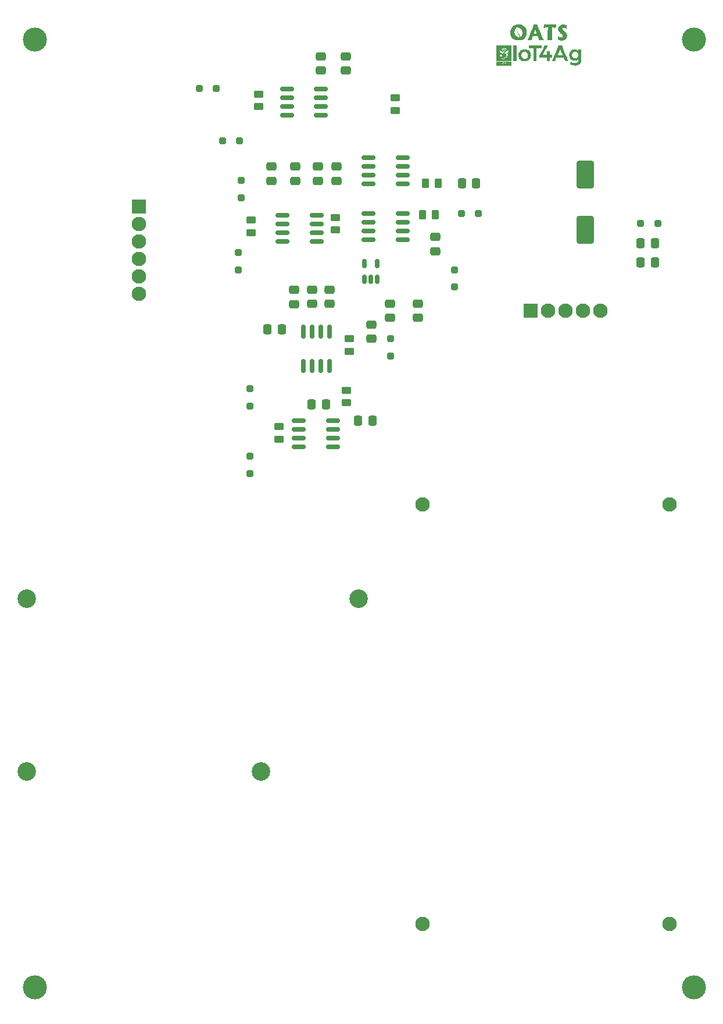
<source format=gbr>
%TF.GenerationSoftware,KiCad,Pcbnew,7.0.1*%
%TF.CreationDate,2023-04-26T11:30:26-04:00*%
%TF.ProjectId,UPenn_OpAmp,5550656e-6e5f-44f7-9041-6d702e6b6963,rev?*%
%TF.SameCoordinates,Original*%
%TF.FileFunction,Soldermask,Top*%
%TF.FilePolarity,Negative*%
%FSLAX46Y46*%
G04 Gerber Fmt 4.6, Leading zero omitted, Abs format (unit mm)*
G04 Created by KiCad (PCBNEW 7.0.1) date 2023-04-26 11:30:26*
%MOMM*%
%LPD*%
G01*
G04 APERTURE LIST*
G04 Aperture macros list*
%AMRoundRect*
0 Rectangle with rounded corners*
0 $1 Rounding radius*
0 $2 $3 $4 $5 $6 $7 $8 $9 X,Y pos of 4 corners*
0 Add a 4 corners polygon primitive as box body*
4,1,4,$2,$3,$4,$5,$6,$7,$8,$9,$2,$3,0*
0 Add four circle primitives for the rounded corners*
1,1,$1+$1,$2,$3*
1,1,$1+$1,$4,$5*
1,1,$1+$1,$6,$7*
1,1,$1+$1,$8,$9*
0 Add four rect primitives between the rounded corners*
20,1,$1+$1,$2,$3,$4,$5,0*
20,1,$1+$1,$4,$5,$6,$7,0*
20,1,$1+$1,$6,$7,$8,$9,0*
20,1,$1+$1,$8,$9,$2,$3,0*%
G04 Aperture macros list end*
%ADD10RoundRect,0.250000X-0.475000X0.337500X-0.475000X-0.337500X0.475000X-0.337500X0.475000X0.337500X0*%
%ADD11C,3.500000*%
%ADD12RoundRect,0.250000X-0.450000X0.262500X-0.450000X-0.262500X0.450000X-0.262500X0.450000X0.262500X0*%
%ADD13RoundRect,0.250000X0.475000X-0.337500X0.475000X0.337500X-0.475000X0.337500X-0.475000X-0.337500X0*%
%ADD14RoundRect,0.250000X-0.250000X0.250000X-0.250000X-0.250000X0.250000X-0.250000X0.250000X0.250000X0*%
%ADD15C,2.700000*%
%ADD16RoundRect,0.250000X-0.250000X-0.250000X0.250000X-0.250000X0.250000X0.250000X-0.250000X0.250000X0*%
%ADD17RoundRect,0.250000X-0.337500X-0.475000X0.337500X-0.475000X0.337500X0.475000X-0.337500X0.475000X0*%
%ADD18RoundRect,0.250000X0.250000X0.250000X-0.250000X0.250000X-0.250000X-0.250000X0.250000X-0.250000X0*%
%ADD19C,2.100000*%
%ADD20R,2.100000X2.100000*%
%ADD21RoundRect,0.150000X-0.825000X-0.150000X0.825000X-0.150000X0.825000X0.150000X-0.825000X0.150000X0*%
%ADD22RoundRect,0.250000X-0.262500X-0.450000X0.262500X-0.450000X0.262500X0.450000X-0.262500X0.450000X0*%
%ADD23RoundRect,0.250000X0.450000X-0.262500X0.450000X0.262500X-0.450000X0.262500X-0.450000X-0.262500X0*%
%ADD24RoundRect,0.150000X0.825000X0.150000X-0.825000X0.150000X-0.825000X-0.150000X0.825000X-0.150000X0*%
%ADD25RoundRect,0.250000X1.000000X-1.750000X1.000000X1.750000X-1.000000X1.750000X-1.000000X-1.750000X0*%
%ADD26RoundRect,0.250000X0.250000X-0.250000X0.250000X0.250000X-0.250000X0.250000X-0.250000X-0.250000X0*%
%ADD27RoundRect,0.150000X0.150000X-0.825000X0.150000X0.825000X-0.150000X0.825000X-0.150000X-0.825000X0*%
%ADD28RoundRect,0.150000X0.150000X-0.512500X0.150000X0.512500X-0.150000X0.512500X-0.150000X-0.512500X0*%
%ADD29RoundRect,0.250000X0.337500X0.475000X-0.337500X0.475000X-0.337500X-0.475000X0.337500X-0.475000X0*%
G04 APERTURE END LIST*
%TO.C,G2*%
G36*
X125029220Y-33250725D02*
G01*
X125752933Y-33250725D01*
X125784653Y-33284489D01*
X125807940Y-33307638D01*
X125821593Y-33318189D01*
X125821997Y-33318253D01*
X125835907Y-33310892D01*
X125865300Y-33292072D01*
X125887071Y-33277355D01*
X125984515Y-33226161D01*
X126092211Y-33196803D01*
X126204156Y-33189222D01*
X126314342Y-33203361D01*
X126416765Y-33239161D01*
X126488818Y-33283162D01*
X126538785Y-33321273D01*
X126573308Y-33288840D01*
X126596958Y-33263330D01*
X126607763Y-33245178D01*
X126607831Y-33244355D01*
X126595731Y-33227393D01*
X126563589Y-33203039D01*
X126517638Y-33174785D01*
X126464113Y-33146126D01*
X126409249Y-33120555D01*
X126359281Y-33101567D01*
X126346002Y-33097629D01*
X126233115Y-33078998D01*
X126116558Y-33081113D01*
X126003201Y-33102664D01*
X125899910Y-33142341D01*
X125813556Y-33198835D01*
X125813044Y-33199272D01*
X125752933Y-33250725D01*
X125029220Y-33250725D01*
X125029220Y-32706719D01*
X126152736Y-32706719D01*
X127276252Y-32706719D01*
X127276252Y-33837346D01*
X127276252Y-34967973D01*
X126757159Y-34967973D01*
X126238066Y-34967973D01*
X126238066Y-34754953D01*
X126238066Y-34541934D01*
X126451392Y-34439900D01*
X126664718Y-34337866D01*
X126664718Y-34247600D01*
X126664718Y-34157334D01*
X126714494Y-34157334D01*
X126764270Y-34157334D01*
X126764270Y-34022228D01*
X126764270Y-33887122D01*
X126629164Y-33887122D01*
X126494057Y-33887122D01*
X126494057Y-34022228D01*
X126494057Y-34157334D01*
X126536722Y-34157334D01*
X126562974Y-34159195D01*
X126575397Y-34169926D01*
X126579150Y-34197255D01*
X126579387Y-34221223D01*
X126579387Y-34285111D01*
X126408727Y-34370660D01*
X126238066Y-34456210D01*
X126238066Y-34202588D01*
X126238215Y-34111771D01*
X126238990Y-34045041D01*
X126240885Y-33998041D01*
X126244392Y-33966414D01*
X126250003Y-33945806D01*
X126258213Y-33931858D01*
X126269512Y-33920214D01*
X126270065Y-33919708D01*
X126314544Y-33886449D01*
X126371033Y-33859147D01*
X126446173Y-33834902D01*
X126489901Y-33823719D01*
X126596453Y-33789229D01*
X126680523Y-33740778D01*
X126746109Y-33674793D01*
X126797207Y-33587701D01*
X126821312Y-33527445D01*
X126841445Y-33464838D01*
X126849046Y-33423864D01*
X126843768Y-33400454D01*
X126825263Y-33390538D01*
X126809516Y-33389361D01*
X126761725Y-33395222D01*
X126698900Y-33410744D01*
X126631434Y-33432837D01*
X126569720Y-33458410D01*
X126558090Y-33464124D01*
X126486563Y-33512559D01*
X126413922Y-33583630D01*
X126344747Y-33672102D01*
X126283615Y-33772744D01*
X126277133Y-33785201D01*
X126248855Y-33843079D01*
X126226401Y-33893894D01*
X126212607Y-33930934D01*
X126209623Y-33944868D01*
X126200693Y-33967451D01*
X126188736Y-33972452D01*
X126174286Y-33962790D01*
X126175541Y-33952409D01*
X126173603Y-33927762D01*
X126159241Y-33885265D01*
X126135403Y-33831006D01*
X126105034Y-33771067D01*
X126071079Y-33711534D01*
X126036486Y-33658493D01*
X126026875Y-33645352D01*
X125964503Y-33576466D01*
X126081627Y-33576466D01*
X126093229Y-33609229D01*
X126121448Y-33642675D01*
X126156404Y-33667144D01*
X126181179Y-33673796D01*
X126211323Y-33664135D01*
X126243971Y-33640700D01*
X126245823Y-33638888D01*
X126275115Y-33596783D01*
X126276398Y-33555184D01*
X126254504Y-33516562D01*
X126217742Y-33490265D01*
X126174027Y-33485058D01*
X126131447Y-33498136D01*
X126098092Y-33526698D01*
X126082051Y-33567941D01*
X126081627Y-33576466D01*
X125964503Y-33576466D01*
X125953517Y-33564333D01*
X125866670Y-33494674D01*
X125772539Y-33439933D01*
X125677328Y-33403670D01*
X125587241Y-33389441D01*
X125580551Y-33389361D01*
X125553930Y-33390798D01*
X125543047Y-33400320D01*
X125543572Y-33425742D01*
X125547197Y-33449591D01*
X125565763Y-33521598D01*
X125596633Y-33596256D01*
X125634883Y-33663625D01*
X125675589Y-33713763D01*
X125680079Y-33717864D01*
X125719061Y-33748803D01*
X125760651Y-33773448D01*
X125811752Y-33794852D01*
X125879268Y-33816068D01*
X125938031Y-33831933D01*
X126020150Y-33857627D01*
X126079302Y-33885694D01*
X126099469Y-33900435D01*
X126141401Y-33937902D01*
X126139272Y-34285333D01*
X126138435Y-34381784D01*
X126137214Y-34468461D01*
X126135702Y-34541418D01*
X126133994Y-34596708D01*
X126132183Y-34630386D01*
X126130847Y-34639058D01*
X126116326Y-34635826D01*
X126081174Y-34622476D01*
X126030462Y-34601073D01*
X125969262Y-34573684D01*
X125960873Y-34569824D01*
X125797193Y-34494296D01*
X125797193Y-34405457D01*
X125798529Y-34354669D01*
X125805144Y-34321413D01*
X125820943Y-34294811D01*
X125846969Y-34266842D01*
X125885907Y-34213547D01*
X125896888Y-34157765D01*
X125880390Y-34096417D01*
X125875171Y-34085760D01*
X125840622Y-34043817D01*
X125791611Y-34012950D01*
X125740432Y-34000896D01*
X125740306Y-34000895D01*
X125685915Y-34013860D01*
X125636869Y-34047865D01*
X125600500Y-34095575D01*
X125584142Y-34149659D01*
X125583867Y-34157334D01*
X125595930Y-34208693D01*
X125627011Y-34257807D01*
X125669438Y-34292565D01*
X125690263Y-34304482D01*
X125702837Y-34318256D01*
X125709240Y-34340707D01*
X125711555Y-34378655D01*
X125711862Y-34431582D01*
X125711862Y-34548660D01*
X125925188Y-34646100D01*
X126138514Y-34743541D01*
X126138514Y-34855757D01*
X126138514Y-34967973D01*
X125583867Y-34967973D01*
X125029220Y-34967973D01*
X125029220Y-33837346D01*
X125029220Y-33365817D01*
X125939410Y-33365817D01*
X125948347Y-33385681D01*
X125969552Y-33412502D01*
X125999695Y-33444587D01*
X126041852Y-33413419D01*
X126072913Y-33395369D01*
X126110377Y-33385741D01*
X126163929Y-33382370D01*
X126181179Y-33382250D01*
X126240864Y-33384465D01*
X126281814Y-33392490D01*
X126313489Y-33408398D01*
X126319257Y-33412495D01*
X126360166Y-33442741D01*
X126399491Y-33408914D01*
X126422985Y-33383296D01*
X126430782Y-33363239D01*
X126429876Y-33360621D01*
X126413094Y-33346635D01*
X126379051Y-33325569D01*
X126347278Y-33308336D01*
X126253668Y-33275326D01*
X126156782Y-33268863D01*
X126062030Y-33288911D01*
X126014074Y-33310520D01*
X125974319Y-33334446D01*
X125947236Y-33355063D01*
X125939410Y-33365817D01*
X125029220Y-33365817D01*
X125029220Y-33250725D01*
G37*
G36*
X135690290Y-34096051D02*
G01*
X136091003Y-34096051D01*
X136109941Y-34207875D01*
X136150059Y-34306821D01*
X136208868Y-34390727D01*
X136283882Y-34457430D01*
X136372610Y-34504767D01*
X136472567Y-34530574D01*
X136581263Y-34532689D01*
X136696210Y-34508949D01*
X136707397Y-34505260D01*
X136795004Y-34460562D01*
X136870020Y-34390972D01*
X136931184Y-34297687D01*
X136935761Y-34288587D01*
X136957549Y-34242157D01*
X136971288Y-34204003D01*
X136978815Y-34164805D01*
X136981966Y-34115245D01*
X136982579Y-34050971D01*
X136981608Y-33980721D01*
X136977684Y-33929863D01*
X136969296Y-33889380D01*
X136954929Y-33850257D01*
X136945321Y-33829005D01*
X136885167Y-33730954D01*
X136807933Y-33655369D01*
X136715176Y-33603237D01*
X136608451Y-33575551D01*
X136539775Y-33571083D01*
X136427039Y-33584015D01*
X136326774Y-33621450D01*
X136241232Y-33681347D01*
X136172668Y-33761663D01*
X136123332Y-33860357D01*
X136095732Y-33973512D01*
X136091003Y-34096051D01*
X135690290Y-34096051D01*
X135690145Y-34088824D01*
X135689922Y-34050671D01*
X135690111Y-33968092D01*
X135691958Y-33906576D01*
X135696368Y-33858755D01*
X135704246Y-33817260D01*
X135716495Y-33774722D01*
X135727906Y-33741085D01*
X135790223Y-33599132D01*
X135869800Y-33479754D01*
X135966551Y-33383021D01*
X136080389Y-33309006D01*
X136211227Y-33257782D01*
X136345315Y-33230994D01*
X136490410Y-33225502D01*
X136627462Y-33244695D01*
X136753528Y-33287718D01*
X136865663Y-33353716D01*
X136918202Y-33397494D01*
X136989690Y-33464362D01*
X136989690Y-33348642D01*
X136989690Y-33232922D01*
X137203016Y-33232922D01*
X137416342Y-33232922D01*
X137416342Y-34087728D01*
X137416304Y-34274759D01*
X137416065Y-34435718D01*
X137415437Y-34572977D01*
X137414232Y-34688907D01*
X137412261Y-34785879D01*
X137409336Y-34866265D01*
X137405270Y-34932436D01*
X137399873Y-34986764D01*
X137392958Y-35031621D01*
X137384337Y-35069378D01*
X137373821Y-35102406D01*
X137361223Y-35133077D01*
X137346354Y-35163762D01*
X137329025Y-35196833D01*
X137328216Y-35198356D01*
X137256073Y-35304626D01*
X137161696Y-35396876D01*
X137048231Y-35473936D01*
X136918821Y-35534631D01*
X136776610Y-35577791D01*
X136624743Y-35602244D01*
X136466362Y-35606816D01*
X136304613Y-35590337D01*
X136285714Y-35586998D01*
X136183230Y-35563271D01*
X136078276Y-35530519D01*
X135978159Y-35491641D01*
X135890188Y-35449534D01*
X135821671Y-35407098D01*
X135810642Y-35398582D01*
X135776529Y-35370959D01*
X135859493Y-35222797D01*
X135892010Y-35164846D01*
X135919189Y-35116629D01*
X135938184Y-35083183D01*
X135946147Y-35069544D01*
X135959115Y-35073761D01*
X135989653Y-35089683D01*
X136031234Y-35113900D01*
X136032581Y-35114717D01*
X136156917Y-35177970D01*
X136285162Y-35220606D01*
X136413546Y-35242680D01*
X136538299Y-35244249D01*
X136655651Y-35225366D01*
X136761832Y-35186088D01*
X136853070Y-35126469D01*
X136879256Y-35102341D01*
X136932782Y-35033056D01*
X136968076Y-34949394D01*
X136986355Y-34847674D01*
X136989690Y-34768709D01*
X136989690Y-34641622D01*
X136926861Y-34704450D01*
X136832108Y-34779838D01*
X136722153Y-34834658D01*
X136601338Y-34869006D01*
X136474003Y-34882980D01*
X136344490Y-34876677D01*
X136217141Y-34850195D01*
X136096297Y-34803632D01*
X135986299Y-34737084D01*
X135921374Y-34681895D01*
X135841633Y-34591479D01*
X135779757Y-34490709D01*
X135730705Y-34371285D01*
X135728127Y-34363549D01*
X135712566Y-34313166D01*
X135701921Y-34268157D01*
X135695259Y-34220867D01*
X135691646Y-34163641D01*
X135690290Y-34096051D01*
G37*
G36*
X125714228Y-35039342D02*
G01*
X125828115Y-35040085D01*
X125929611Y-35041252D01*
X126015690Y-35042788D01*
X126083325Y-35044633D01*
X126129487Y-35046731D01*
X126151150Y-35049023D01*
X126152420Y-35049748D01*
X126144319Y-35067721D01*
X126127056Y-35092962D01*
X126102008Y-35125511D01*
X125998491Y-35100667D01*
X125944238Y-35088478D01*
X125911011Y-35083847D01*
X125892488Y-35086524D01*
X125882451Y-35096085D01*
X125879349Y-35122824D01*
X125896891Y-35145070D01*
X125923374Y-35152934D01*
X125951785Y-35156668D01*
X125992225Y-35165776D01*
X126000520Y-35168009D01*
X126054520Y-35183005D01*
X125982743Y-35265858D01*
X125948344Y-35308204D01*
X125922941Y-35344507D01*
X125911251Y-35367909D01*
X125910966Y-35370146D01*
X125920750Y-35394637D01*
X125945420Y-35400690D01*
X125977954Y-35388009D01*
X125995835Y-35373734D01*
X126022368Y-35350120D01*
X126039542Y-35338117D01*
X126041044Y-35337738D01*
X126049442Y-35349956D01*
X126061288Y-35380558D01*
X126065546Y-35394027D01*
X126083698Y-35440768D01*
X126103098Y-35460805D01*
X126125696Y-35455868D01*
X126130838Y-35451980D01*
X126140379Y-35438669D01*
X126140730Y-35417103D01*
X126131258Y-35380161D01*
X126121907Y-35351525D01*
X126106756Y-35305074D01*
X126100722Y-35276406D01*
X126103781Y-35256373D01*
X126115907Y-35235825D01*
X126121560Y-35227840D01*
X126151358Y-35190762D01*
X126180076Y-35160926D01*
X126196849Y-35147200D01*
X126211197Y-35144160D01*
X126229550Y-35154439D01*
X126258340Y-35180670D01*
X126279869Y-35201782D01*
X126349251Y-35270121D01*
X126314991Y-35361141D01*
X126293035Y-35422980D01*
X126282887Y-35462868D01*
X126284448Y-35484686D01*
X126297616Y-35492314D01*
X126311616Y-35491610D01*
X126332337Y-35481715D01*
X126350329Y-35455179D01*
X126369307Y-35406428D01*
X126370195Y-35403771D01*
X126397888Y-35320477D01*
X126502783Y-35424672D01*
X126550009Y-35471024D01*
X126581773Y-35499782D01*
X126602509Y-35513674D01*
X126616653Y-35515432D01*
X126628641Y-35507785D01*
X126632211Y-35504335D01*
X126642061Y-35492086D01*
X126643192Y-35478947D01*
X126632867Y-35460435D01*
X126608348Y-35432071D01*
X126566898Y-35389374D01*
X126554068Y-35376437D01*
X126511265Y-35332595D01*
X126477205Y-35296280D01*
X126456136Y-35272106D01*
X126451392Y-35264873D01*
X126463462Y-35255705D01*
X126495229Y-35239276D01*
X126540031Y-35219009D01*
X126543833Y-35217386D01*
X126599215Y-35189813D01*
X126630218Y-35165092D01*
X126635724Y-35144544D01*
X126617484Y-35130530D01*
X126596121Y-35132537D01*
X126557089Y-35144493D01*
X126508304Y-35163913D01*
X126501434Y-35166957D01*
X126453617Y-35187448D01*
X126416387Y-35201605D01*
X126396772Y-35206794D01*
X126395733Y-35206613D01*
X126382651Y-35195027D01*
X126355543Y-35167883D01*
X126319695Y-35130504D01*
X126310616Y-35120856D01*
X126233940Y-35039081D01*
X126762207Y-35039081D01*
X127290474Y-35039081D01*
X127290474Y-35323516D01*
X127290474Y-35607950D01*
X126159847Y-35607950D01*
X125029220Y-35607950D01*
X125029220Y-35323516D01*
X125029220Y-35039081D01*
X125590978Y-35039081D01*
X125714228Y-35039342D01*
G37*
G36*
X133542684Y-34077443D02*
G01*
X133614473Y-33914448D01*
X133661028Y-33808902D01*
X134144332Y-32713829D01*
X134377425Y-32709939D01*
X134610518Y-32706051D01*
X135096129Y-33828972D01*
X135169138Y-33997890D01*
X135238819Y-34159284D01*
X135304355Y-34311254D01*
X135364929Y-34451896D01*
X135419725Y-34579311D01*
X135467926Y-34691595D01*
X135508716Y-34786849D01*
X135541279Y-34863169D01*
X135564797Y-34918656D01*
X135578456Y-34951406D01*
X135581739Y-34959933D01*
X135568293Y-34962579D01*
X135531057Y-34964834D01*
X135474682Y-34966546D01*
X135403821Y-34967561D01*
X135343525Y-34967773D01*
X135105311Y-34967574D01*
X135006365Y-34726004D01*
X134907419Y-34484434D01*
X134364433Y-34484434D01*
X133821447Y-34484434D01*
X133732835Y-34694205D01*
X133701703Y-34768095D01*
X133673757Y-34834780D01*
X133651213Y-34888945D01*
X133636287Y-34925273D01*
X133632034Y-34935974D01*
X133626515Y-34947892D01*
X133617604Y-34956411D01*
X133600992Y-34962099D01*
X133572369Y-34965529D01*
X133527424Y-34967270D01*
X133461848Y-34967894D01*
X133390404Y-34967973D01*
X133160962Y-34967973D01*
X133169344Y-34935974D01*
X133176257Y-34918329D01*
X133193819Y-34876646D01*
X133221172Y-34812896D01*
X133257453Y-34729052D01*
X133301803Y-34627086D01*
X133353361Y-34508970D01*
X133411268Y-34376676D01*
X133474662Y-34232176D01*
X133532571Y-34100448D01*
X133988524Y-34100448D01*
X134367112Y-34100448D01*
X134480678Y-34100345D01*
X134568877Y-34099899D01*
X134634782Y-34098904D01*
X134681470Y-34097151D01*
X134712015Y-34094434D01*
X134729494Y-34090545D01*
X134736980Y-34085278D01*
X134737549Y-34078425D01*
X134736664Y-34075559D01*
X134723716Y-34041788D01*
X134702584Y-33988879D01*
X134674819Y-33920545D01*
X134641970Y-33840498D01*
X134605590Y-33752451D01*
X134567229Y-33660116D01*
X134528438Y-33567206D01*
X134490768Y-33477433D01*
X134455770Y-33394509D01*
X134424995Y-33322148D01*
X134399993Y-33264061D01*
X134382316Y-33223962D01*
X134373515Y-33205562D01*
X134372893Y-33204787D01*
X134366052Y-33217324D01*
X134349594Y-33252924D01*
X134324885Y-33308408D01*
X134293292Y-33380602D01*
X134256181Y-33466329D01*
X134214916Y-33562413D01*
X134170865Y-33665679D01*
X134125394Y-33772949D01*
X134079868Y-33881048D01*
X134035653Y-33986800D01*
X134010606Y-34047116D01*
X133988524Y-34100448D01*
X133532571Y-34100448D01*
X133542684Y-34077443D01*
G37*
G36*
X128277251Y-34116846D02*
G01*
X128715447Y-34116846D01*
X128727901Y-34228907D01*
X128762114Y-34335938D01*
X128818169Y-34433174D01*
X128868278Y-34490757D01*
X128947379Y-34549233D01*
X129042599Y-34589434D01*
X129147298Y-34610143D01*
X129254835Y-34610146D01*
X129358572Y-34588229D01*
X129373010Y-34583119D01*
X129461758Y-34535399D01*
X129539130Y-34465360D01*
X129601393Y-34378081D01*
X129644812Y-34278640D01*
X129664268Y-34186963D01*
X129666813Y-34059247D01*
X129646599Y-33942223D01*
X129605501Y-33838288D01*
X129545388Y-33749839D01*
X129468135Y-33679273D01*
X129375611Y-33628987D01*
X129269690Y-33601379D01*
X129203296Y-33596703D01*
X129090994Y-33606308D01*
X128993694Y-33637707D01*
X128906013Y-33692856D01*
X128881595Y-33713590D01*
X128807827Y-33798127D01*
X128755491Y-33896691D01*
X128724671Y-34004519D01*
X128715447Y-34116846D01*
X128277251Y-34116846D01*
X128278647Y-34001198D01*
X128305575Y-33849466D01*
X128355812Y-33710712D01*
X128427709Y-33586397D01*
X128519616Y-33477986D01*
X128629885Y-33386940D01*
X128756866Y-33314721D01*
X128898909Y-33262792D01*
X129054367Y-33232616D01*
X129221588Y-33225654D01*
X129326869Y-33233227D01*
X129485573Y-33262313D01*
X129627183Y-33312239D01*
X129755219Y-33384251D01*
X129755948Y-33384748D01*
X129864070Y-33475279D01*
X129953154Y-33584166D01*
X130022449Y-33707981D01*
X130071206Y-33843295D01*
X130098674Y-33986680D01*
X130104104Y-34134708D01*
X130086746Y-34283951D01*
X130045850Y-34430981D01*
X130005457Y-34525431D01*
X129928669Y-34649743D01*
X129830228Y-34757670D01*
X129713212Y-34846881D01*
X129580696Y-34915044D01*
X129435760Y-34959827D01*
X129430843Y-34960871D01*
X129346384Y-34973039D01*
X129245209Y-34979213D01*
X129138114Y-34979413D01*
X129035899Y-34973655D01*
X128949358Y-34961956D01*
X128940194Y-34960079D01*
X128883225Y-34943980D01*
X128814056Y-34918863D01*
X128745389Y-34889453D01*
X128728536Y-34881366D01*
X128600862Y-34803153D01*
X128492738Y-34704957D01*
X128405152Y-34588344D01*
X128339093Y-34454883D01*
X128295549Y-34306142D01*
X128276677Y-34164445D01*
X128277251Y-34116846D01*
G37*
G36*
X132396304Y-32707098D02*
G01*
X132460003Y-32707789D01*
X132507630Y-32708867D01*
X132534309Y-32710238D01*
X132538290Y-32711064D01*
X132531797Y-32724070D01*
X132513140Y-32759838D01*
X132483553Y-32816039D01*
X132444270Y-32890345D01*
X132396523Y-32980427D01*
X132341547Y-33083956D01*
X132280575Y-33198603D01*
X132214841Y-33322040D01*
X132184222Y-33379485D01*
X131830153Y-34043561D01*
X132134446Y-34043561D01*
X132438738Y-34043561D01*
X132438738Y-33787570D01*
X132438738Y-33531579D01*
X132644953Y-33531579D01*
X132851168Y-33531579D01*
X132851168Y-33787570D01*
X132851168Y-34043561D01*
X133007607Y-34043561D01*
X133164046Y-34043561D01*
X133164046Y-34235554D01*
X133164046Y-34427547D01*
X133007607Y-34427547D01*
X132851168Y-34427547D01*
X132851168Y-34697760D01*
X132851168Y-34967973D01*
X132644953Y-34967973D01*
X132438738Y-34967973D01*
X132438738Y-34697760D01*
X132438738Y-34427547D01*
X131898312Y-34427547D01*
X131357887Y-34427547D01*
X131357887Y-34261580D01*
X131357887Y-34095612D01*
X131731207Y-33401335D01*
X132104527Y-32707058D01*
X132321409Y-32706888D01*
X132396304Y-32707098D01*
G37*
G36*
X131642321Y-32905823D02*
G01*
X131642321Y-33104927D01*
X131293889Y-33104927D01*
X130945457Y-33104927D01*
X130945457Y-34036450D01*
X130945457Y-34967973D01*
X130717909Y-34967973D01*
X130490362Y-34967973D01*
X130490362Y-34036450D01*
X130490362Y-33104927D01*
X130141929Y-33104927D01*
X129793497Y-33104927D01*
X129793497Y-32905823D01*
X129793497Y-32706719D01*
X130717909Y-32706719D01*
X131642321Y-32706719D01*
X131642321Y-32905823D01*
G37*
G36*
X127987338Y-33837346D02*
G01*
X127987338Y-34967973D01*
X127759791Y-34967973D01*
X127532243Y-34967973D01*
X127532243Y-33837346D01*
X127532243Y-32706719D01*
X127759791Y-32706719D01*
X127987338Y-32706719D01*
X127987338Y-33837346D01*
G37*
%TO.C,G1*%
G36*
X133801212Y-29684967D02*
G01*
X133796129Y-29708024D01*
X133785753Y-29750334D01*
X133771500Y-29806523D01*
X133754781Y-29871214D01*
X133737011Y-29939032D01*
X133719603Y-30004600D01*
X133703971Y-30062543D01*
X133691529Y-30107485D01*
X133683689Y-30134050D01*
X133681859Y-30138872D01*
X133668491Y-30137000D01*
X133637299Y-30128946D01*
X133616082Y-30122772D01*
X133570150Y-30111446D01*
X133506023Y-30098841D01*
X133431890Y-30086222D01*
X133355936Y-30074854D01*
X133286350Y-30066004D01*
X133231318Y-30060936D01*
X133211411Y-30060217D01*
X133162929Y-30060217D01*
X133167695Y-30862141D01*
X133168720Y-31030948D01*
X133169692Y-31174561D01*
X133170705Y-31295318D01*
X133171852Y-31395558D01*
X133173226Y-31477621D01*
X133174923Y-31543845D01*
X133177035Y-31596569D01*
X133179657Y-31638132D01*
X133182881Y-31670872D01*
X133186802Y-31697130D01*
X133191514Y-31719243D01*
X133197110Y-31739551D01*
X133203684Y-31760393D01*
X133203697Y-31760433D01*
X133220266Y-31812551D01*
X133234128Y-31857942D01*
X133242380Y-31887086D01*
X133242551Y-31887777D01*
X133250170Y-31918753D01*
X132894067Y-31916878D01*
X132796163Y-31916139D01*
X132706048Y-31915035D01*
X132627791Y-31913649D01*
X132565466Y-31912066D01*
X132523142Y-31910369D01*
X132505935Y-31908899D01*
X132483042Y-31898800D01*
X132483281Y-31879799D01*
X132492177Y-31855340D01*
X132506273Y-31813875D01*
X132521561Y-31767317D01*
X132527630Y-31747611D01*
X132532806Y-31727470D01*
X132537176Y-31704586D01*
X132540827Y-31676647D01*
X132543844Y-31641343D01*
X132546314Y-31596366D01*
X132548323Y-31539405D01*
X132549959Y-31468150D01*
X132551307Y-31380291D01*
X132552454Y-31273518D01*
X132553486Y-31145522D01*
X132554489Y-30993993D01*
X132555256Y-30866869D01*
X132560045Y-30055906D01*
X132376917Y-30065021D01*
X132296926Y-30070341D01*
X132215840Y-30078015D01*
X132143316Y-30087003D01*
X132090538Y-30095935D01*
X132032526Y-30108162D01*
X131978162Y-30119588D01*
X131938858Y-30127814D01*
X131937743Y-30128046D01*
X131888201Y-30138359D01*
X131947553Y-29951293D01*
X131970735Y-29878590D01*
X131992645Y-29810531D01*
X132011120Y-29753790D01*
X132023998Y-29715037D01*
X132026013Y-29709160D01*
X132045122Y-29654092D01*
X132926373Y-29650550D01*
X133807625Y-29647007D01*
X133801212Y-29684967D01*
G37*
G36*
X134899150Y-29639035D02*
G01*
X135066275Y-29663132D01*
X135119125Y-29675016D01*
X135178765Y-29689287D01*
X135223493Y-29701746D01*
X135255446Y-29716329D01*
X135276757Y-29736972D01*
X135289563Y-29767610D01*
X135295999Y-29812179D01*
X135298200Y-29874615D01*
X135298303Y-29958853D01*
X135298234Y-30005104D01*
X135298234Y-30265996D01*
X135190109Y-30192371D01*
X135116741Y-30145098D01*
X135056514Y-30113799D01*
X135002139Y-30095994D01*
X134946324Y-30089200D01*
X134890334Y-30090354D01*
X134838650Y-30095330D01*
X134804194Y-30104725D01*
X134776667Y-30122414D01*
X134757468Y-30140339D01*
X134729385Y-30172865D01*
X134716707Y-30204428D01*
X134714073Y-30248765D01*
X134714107Y-30251466D01*
X134716889Y-30289168D01*
X134725741Y-30323739D01*
X134743181Y-30358466D01*
X134771724Y-30396640D01*
X134813887Y-30441547D01*
X134872186Y-30496477D01*
X134949138Y-30564718D01*
X134963131Y-30576901D01*
X135074239Y-30677055D01*
X135163737Y-30766584D01*
X135233737Y-30848831D01*
X135286356Y-30927142D01*
X135323707Y-31004861D01*
X135347906Y-31085334D01*
X135361068Y-31171903D01*
X135363797Y-31210547D01*
X135361330Y-31349732D01*
X135338005Y-31473100D01*
X135292497Y-31584237D01*
X135223480Y-31686733D01*
X135163838Y-31751951D01*
X135081894Y-31824229D01*
X134997963Y-31879095D01*
X134907067Y-31918283D01*
X134804229Y-31943532D01*
X134684473Y-31956575D01*
X134569136Y-31959377D01*
X134479780Y-31957951D01*
X134408714Y-31953751D01*
X134346751Y-31945786D01*
X134284705Y-31933062D01*
X134253516Y-31925316D01*
X134191068Y-31909551D01*
X134143599Y-31896217D01*
X134109068Y-31881520D01*
X134085433Y-31861669D01*
X134070650Y-31832871D01*
X134062678Y-31791331D01*
X134059474Y-31733259D01*
X134058997Y-31654860D01*
X134059210Y-31564455D01*
X134059210Y-31279626D01*
X134124603Y-31343380D01*
X134209666Y-31410724D01*
X134310371Y-31465550D01*
X134415738Y-31502261D01*
X134450937Y-31509668D01*
X134539164Y-31514605D01*
X134613028Y-31497765D01*
X134670691Y-31460392D01*
X134710311Y-31403725D01*
X134730052Y-31329007D01*
X134730849Y-31320747D01*
X134731440Y-31266392D01*
X134722026Y-31216857D01*
X134700245Y-31168581D01*
X134663735Y-31118004D01*
X134610134Y-31061566D01*
X134537080Y-30995707D01*
X134487469Y-30953944D01*
X134381437Y-30859883D01*
X134286498Y-30763261D01*
X134206551Y-30668489D01*
X134145492Y-30579979D01*
X134125784Y-30544489D01*
X134103134Y-30496256D01*
X134088926Y-30453703D01*
X134080732Y-30406446D01*
X134076127Y-30344103D01*
X134075429Y-30329053D01*
X134078734Y-30200134D01*
X134101964Y-30086972D01*
X134146927Y-29984591D01*
X134215431Y-29888013D01*
X134249236Y-29850513D01*
X134349575Y-29764941D01*
X134466200Y-29700711D01*
X134597648Y-29658120D01*
X134742453Y-29637463D01*
X134899150Y-29639035D01*
G37*
G36*
X130011974Y-30930738D02*
G01*
X130534874Y-30930738D01*
X130547849Y-30934405D01*
X130583610Y-30937519D01*
X130637411Y-30939838D01*
X130704507Y-30941122D01*
X130742472Y-30941301D01*
X130950070Y-30941301D01*
X130940666Y-30896558D01*
X130932744Y-30869216D01*
X130916666Y-30821414D01*
X130894270Y-30758344D01*
X130867393Y-30685204D01*
X130843888Y-30622902D01*
X130814786Y-30545912D01*
X130788629Y-30475322D01*
X130767253Y-30416191D01*
X130752489Y-30373576D01*
X130746633Y-30354620D01*
X130742305Y-30345417D01*
X130735791Y-30347935D01*
X130726064Y-30364610D01*
X130712099Y-30397879D01*
X130692870Y-30450178D01*
X130667350Y-30523942D01*
X130635813Y-30617714D01*
X130607103Y-30704180D01*
X130581569Y-30781921D01*
X130560436Y-30847136D01*
X130544928Y-30896028D01*
X130536272Y-30924795D01*
X130534874Y-30930738D01*
X130011974Y-30930738D01*
X130044195Y-30853261D01*
X130084728Y-30755447D01*
X130160234Y-30572985D01*
X130225888Y-30414125D01*
X130282421Y-30277046D01*
X130330565Y-30159932D01*
X130371048Y-30060964D01*
X130404603Y-29978322D01*
X130431958Y-29910189D01*
X130453844Y-29854747D01*
X130470993Y-29810175D01*
X130484133Y-29774658D01*
X130493996Y-29746374D01*
X130501312Y-29723507D01*
X130506546Y-29705224D01*
X130522334Y-29646592D01*
X130771270Y-29650342D01*
X131020206Y-29654092D01*
X131085491Y-29826179D01*
X131106456Y-29880106D01*
X131136272Y-29954885D01*
X131173733Y-30047610D01*
X131217629Y-30155375D01*
X131266751Y-30275273D01*
X131319893Y-30404398D01*
X131375844Y-30539843D01*
X131433398Y-30678701D01*
X131491345Y-30818067D01*
X131548477Y-30955034D01*
X131603586Y-31086695D01*
X131655464Y-31210143D01*
X131702901Y-31322473D01*
X131744690Y-31420778D01*
X131779623Y-31502152D01*
X131806490Y-31563687D01*
X131823365Y-31600958D01*
X131856378Y-31667896D01*
X131892830Y-31736913D01*
X131926738Y-31796838D01*
X131939311Y-31817450D01*
X131965751Y-31860214D01*
X131985204Y-31893394D01*
X131993997Y-31910687D01*
X131994169Y-31911532D01*
X131981147Y-31913818D01*
X131945052Y-31915635D01*
X131890339Y-31916993D01*
X131821467Y-31917900D01*
X131742891Y-31918367D01*
X131659068Y-31918403D01*
X131574453Y-31918016D01*
X131493505Y-31917217D01*
X131420678Y-31916014D01*
X131360431Y-31914416D01*
X131317218Y-31912434D01*
X131295497Y-31910076D01*
X131274465Y-31899003D01*
X131265731Y-31875285D01*
X131264521Y-31849356D01*
X131258663Y-31806118D01*
X131241159Y-31738329D01*
X131212117Y-31646337D01*
X131171645Y-31530490D01*
X131138436Y-31440364D01*
X131106202Y-31354333D01*
X130747585Y-31354321D01*
X130388969Y-31354309D01*
X130317368Y-31573910D01*
X130288473Y-31666730D01*
X130266203Y-31746998D01*
X130251630Y-31810492D01*
X130245825Y-31852989D01*
X130245768Y-31856132D01*
X130245768Y-31918753D01*
X129939454Y-31917124D01*
X129848155Y-31916265D01*
X129764278Y-31914773D01*
X129692386Y-31912786D01*
X129637043Y-31910440D01*
X129602816Y-31907874D01*
X129595988Y-31906799D01*
X129558836Y-31898103D01*
X129607878Y-31822385D01*
X129628999Y-31788344D01*
X129651202Y-31749370D01*
X129675362Y-31703503D01*
X129702355Y-31648783D01*
X129733056Y-31583250D01*
X129768343Y-31504946D01*
X129809089Y-31411910D01*
X129856172Y-31302183D01*
X129910467Y-31173806D01*
X129972849Y-31024818D01*
X130011974Y-30930738D01*
G37*
G36*
X127083503Y-30691466D02*
G01*
X127730233Y-30691466D01*
X127730685Y-30818923D01*
X127739791Y-30897662D01*
X127775286Y-31028991D01*
X127834030Y-31148596D01*
X127913487Y-31254400D01*
X128011117Y-31344328D01*
X128124383Y-31416303D01*
X128250745Y-31468247D01*
X128387665Y-31498086D01*
X128481760Y-31504650D01*
X128569405Y-31505745D01*
X128518551Y-31449455D01*
X128457554Y-31372409D01*
X128393429Y-31274419D01*
X128329336Y-31161347D01*
X128268434Y-31039058D01*
X128213882Y-30913412D01*
X128177961Y-30817398D01*
X128161416Y-30767125D01*
X128141756Y-30703768D01*
X128120504Y-30632674D01*
X128099180Y-30559190D01*
X128079307Y-30488662D01*
X128062404Y-30426438D01*
X128049993Y-30377864D01*
X128043596Y-30348288D01*
X128043058Y-30343239D01*
X128047967Y-30344627D01*
X128061774Y-30368607D01*
X128083097Y-30412227D01*
X128110554Y-30472536D01*
X128142764Y-30546582D01*
X128178345Y-30631414D01*
X128181234Y-30638428D01*
X128235873Y-30765343D01*
X128288850Y-30874482D01*
X128345032Y-30974815D01*
X128409285Y-31075315D01*
X128450693Y-31135133D01*
X128494286Y-31199616D01*
X128537686Y-31268715D01*
X128574638Y-31332254D01*
X128591469Y-31364193D01*
X128615657Y-31410623D01*
X128636212Y-31445642D01*
X128649605Y-31463374D01*
X128651681Y-31464444D01*
X128667936Y-31452673D01*
X128691434Y-31421190D01*
X128718932Y-31375743D01*
X128747185Y-31322077D01*
X128772949Y-31265938D01*
X128792088Y-31215775D01*
X128825132Y-31093219D01*
X128845920Y-30964911D01*
X128854229Y-30837304D01*
X128849837Y-30716849D01*
X128832524Y-30609996D01*
X128814888Y-30552584D01*
X128751998Y-30425678D01*
X128667645Y-30314834D01*
X128563971Y-30221942D01*
X128443121Y-30148894D01*
X128307238Y-30097579D01*
X128295393Y-30094366D01*
X128242869Y-30083427D01*
X128175495Y-30073356D01*
X128105938Y-30065980D01*
X128090375Y-30064817D01*
X127965605Y-30056402D01*
X127921081Y-30109935D01*
X127861921Y-30198139D01*
X127811829Y-30306594D01*
X127772232Y-30429101D01*
X127744558Y-30559458D01*
X127730233Y-30691466D01*
X127083503Y-30691466D01*
X127091262Y-30590458D01*
X127112744Y-30475607D01*
X127147313Y-30361036D01*
X127147364Y-30360890D01*
X127185472Y-30265625D01*
X127229865Y-30181555D01*
X127285252Y-30101540D01*
X127356343Y-30018440D01*
X127410150Y-29962460D01*
X127468882Y-29904612D01*
X127516766Y-29861665D01*
X127561356Y-29828045D01*
X127610208Y-29798174D01*
X127670878Y-29766476D01*
X127685521Y-29759216D01*
X127818726Y-29700557D01*
X127946731Y-29660168D01*
X128080266Y-29635278D01*
X128208261Y-29624125D01*
X128405337Y-29625806D01*
X128591756Y-29651231D01*
X128766175Y-29699859D01*
X128927250Y-29771149D01*
X129073637Y-29864559D01*
X129203993Y-29979548D01*
X129267771Y-30051064D01*
X129358923Y-30181758D01*
X129427980Y-30325453D01*
X129469640Y-30456172D01*
X129495542Y-30594548D01*
X129506127Y-30742632D01*
X129501943Y-30893766D01*
X129483541Y-31041289D01*
X129451470Y-31178542D01*
X129406281Y-31298865D01*
X129398812Y-31314233D01*
X129308075Y-31465031D01*
X129197018Y-31598075D01*
X129067444Y-31712004D01*
X128921154Y-31805457D01*
X128759952Y-31877073D01*
X128590874Y-31924422D01*
X128521072Y-31934651D01*
X128432716Y-31941458D01*
X128333573Y-31944834D01*
X128231411Y-31944773D01*
X128133999Y-31941266D01*
X128049103Y-31934305D01*
X127989546Y-31925022D01*
X127823246Y-31879143D01*
X127676095Y-31816762D01*
X127543483Y-31735297D01*
X127420802Y-31632164D01*
X127364690Y-31574855D01*
X127261749Y-31444445D01*
X127182255Y-31300643D01*
X127125933Y-31142744D01*
X127092508Y-30970047D01*
X127083151Y-30854945D01*
X127081766Y-30714075D01*
X127083503Y-30691466D01*
G37*
%TD*%
D10*
%TO.C,C6*%
X98206000Y-68210500D03*
X98206000Y-70285500D03*
%TD*%
D11*
%TO.C,H2*%
X57821000Y-31861000D03*
%TD*%
D12*
%TO.C,RG2*%
X90394000Y-39762500D03*
X90394000Y-41587500D03*
%TD*%
D13*
%TO.C,C7*%
X100783000Y-70285500D03*
X100783000Y-68210500D03*
%TD*%
D11*
%TO.C,H1*%
X153833000Y-31861000D03*
%TD*%
D14*
%TO.C,D8*%
X118929000Y-65312500D03*
X118929000Y-67812500D03*
%TD*%
D15*
%TO.C,REF2*%
X90778000Y-138310000D03*
%TD*%
D13*
%TO.C,C17*%
X103094000Y-36322500D03*
X103094000Y-34247500D03*
%TD*%
%TO.C,C4*%
X95629000Y-68232500D03*
X95629000Y-70307500D03*
%TD*%
D16*
%TO.C,D10*%
X146066000Y-58610000D03*
X148566000Y-58610000D03*
%TD*%
D17*
%TO.C,C5*%
X91746500Y-74007500D03*
X93821500Y-74007500D03*
%TD*%
D18*
%TO.C,D6*%
X84269000Y-38943500D03*
X81769000Y-38943500D03*
%TD*%
D15*
%TO.C,REF4*%
X105008000Y-113200000D03*
%TD*%
D13*
%TO.C,C1*%
X106849000Y-75382000D03*
X106849000Y-73307000D03*
%TD*%
D19*
%TO.C,H6*%
X150300000Y-99510000D03*
%TD*%
D20*
%TO.C,J2*%
X130054000Y-71300000D03*
D19*
X132594000Y-71300000D03*
X135134000Y-71300000D03*
X137674000Y-71300000D03*
X140214000Y-71300000D03*
%TD*%
D21*
%TO.C,U1*%
X96306000Y-87275750D03*
X96306000Y-88545750D03*
X96306000Y-89815750D03*
X96306000Y-91085750D03*
X101256000Y-91085750D03*
X101256000Y-89815750D03*
X101256000Y-88545750D03*
X101256000Y-87275750D03*
%TD*%
D22*
%TO.C,R6*%
X114739000Y-52772500D03*
X116564000Y-52772500D03*
%TD*%
D15*
%TO.C,REF1*%
X56618000Y-138310000D03*
%TD*%
D19*
%TO.C,H8*%
X114300000Y-160510000D03*
%TD*%
D12*
%TO.C,RG0*%
X93382000Y-88141250D03*
X93382000Y-89966250D03*
%TD*%
D23*
%TO.C,R1*%
X103224000Y-84672500D03*
X103224000Y-82847500D03*
%TD*%
D21*
%TO.C,U4*%
X93919000Y-57372500D03*
X93919000Y-58642500D03*
X93919000Y-59912500D03*
X93919000Y-61182500D03*
X98869000Y-61182500D03*
X98869000Y-59912500D03*
X98869000Y-58642500D03*
X98869000Y-57372500D03*
%TD*%
D24*
%TO.C,U5*%
X111419000Y-60939500D03*
X111419000Y-59669500D03*
X111419000Y-58399500D03*
X111419000Y-57129500D03*
X106469000Y-57129500D03*
X106469000Y-58399500D03*
X106469000Y-59669500D03*
X106469000Y-60939500D03*
%TD*%
D25*
%TO.C,C10*%
X138051000Y-59500000D03*
X138051000Y-51500000D03*
%TD*%
D11*
%TO.C,H3*%
X57821000Y-169783000D03*
%TD*%
D17*
%TO.C,C2*%
X104919000Y-87304000D03*
X106994000Y-87304000D03*
%TD*%
%TO.C,C20*%
X120064000Y-52775500D03*
X122139000Y-52775500D03*
%TD*%
D12*
%TO.C,R3*%
X101649000Y-57700000D03*
X101649000Y-59525000D03*
%TD*%
D24*
%TO.C,U7*%
X111419000Y-52798500D03*
X111419000Y-51528500D03*
X111419000Y-50258500D03*
X111419000Y-48988500D03*
X106469000Y-48988500D03*
X106469000Y-50258500D03*
X106469000Y-51528500D03*
X106469000Y-52798500D03*
%TD*%
D26*
%TO.C,D4*%
X87904000Y-54817500D03*
X87904000Y-52317500D03*
%TD*%
D17*
%TO.C,C8*%
X146069500Y-61475000D03*
X148144500Y-61475000D03*
%TD*%
D10*
%TO.C,C13*%
X113627750Y-70252500D03*
X113627750Y-72327500D03*
%TD*%
D13*
%TO.C,C16*%
X99524000Y-36317500D03*
X99524000Y-34242500D03*
%TD*%
D23*
%TO.C,R2*%
X103614000Y-77192500D03*
X103614000Y-75367500D03*
%TD*%
D11*
%TO.C,H4*%
X153833000Y-169783000D03*
%TD*%
D27*
%TO.C,U2*%
X96974000Y-79297500D03*
X98244000Y-79297500D03*
X99514000Y-79297500D03*
X100784000Y-79297500D03*
X100784000Y-74347500D03*
X99514000Y-74347500D03*
X98244000Y-74347500D03*
X96974000Y-74347500D03*
%TD*%
D12*
%TO.C,R5*%
X110369000Y-40297500D03*
X110369000Y-42122500D03*
%TD*%
D14*
%TO.C,D9*%
X109624000Y-75347500D03*
X109624000Y-77847500D03*
%TD*%
D10*
%TO.C,C14*%
X109547750Y-70250000D03*
X109547750Y-72325000D03*
%TD*%
D20*
%TO.C,J1*%
X73024000Y-56147500D03*
D19*
X73024000Y-58687500D03*
X73024000Y-61227500D03*
X73024000Y-63767500D03*
X73024000Y-66307500D03*
X73024000Y-68847500D03*
%TD*%
D22*
%TO.C,R4*%
X114319000Y-57284500D03*
X116144000Y-57284500D03*
%TD*%
D21*
%TO.C,U6*%
X94584000Y-39037500D03*
X94584000Y-40307500D03*
X94584000Y-41577500D03*
X94584000Y-42847500D03*
X99534000Y-42847500D03*
X99534000Y-41577500D03*
X99534000Y-40307500D03*
X99534000Y-39037500D03*
%TD*%
D14*
%TO.C,D3*%
X87514000Y-62817500D03*
X87514000Y-65317500D03*
%TD*%
D13*
%TO.C,C19*%
X101796500Y-52370000D03*
X101796500Y-50295000D03*
%TD*%
D28*
%TO.C,U3*%
X105834000Y-66672500D03*
X106784000Y-66672500D03*
X107734000Y-66672500D03*
X107734000Y-64397500D03*
X105834000Y-64397500D03*
%TD*%
D18*
%TO.C,D5*%
X87669000Y-46574500D03*
X85169000Y-46574500D03*
%TD*%
D14*
%TO.C,D1*%
X89184000Y-92467500D03*
X89184000Y-94967500D03*
%TD*%
D17*
%TO.C,C9*%
X146100000Y-64268800D03*
X148175000Y-64268800D03*
%TD*%
D29*
%TO.C,C3*%
X100219000Y-84895000D03*
X98144000Y-84895000D03*
%TD*%
D13*
%TO.C,C12*%
X95729000Y-52400000D03*
X95729000Y-50325000D03*
%TD*%
D19*
%TO.C,H5*%
X150300000Y-160510000D03*
%TD*%
D13*
%TO.C,C18*%
X99079000Y-52362500D03*
X99079000Y-50287500D03*
%TD*%
D10*
%TO.C,C15*%
X116169000Y-60542500D03*
X116169000Y-62617500D03*
%TD*%
D26*
%TO.C,D2*%
X89189000Y-85127500D03*
X89189000Y-82627500D03*
%TD*%
D19*
%TO.C,H7*%
X114300000Y-99510000D03*
%TD*%
D12*
%TO.C,RG1*%
X89364000Y-58102500D03*
X89364000Y-59927500D03*
%TD*%
D16*
%TO.C,D7*%
X119949000Y-57102500D03*
X122449000Y-57102500D03*
%TD*%
D15*
%TO.C,REF3*%
X56618000Y-113200000D03*
%TD*%
D13*
%TO.C,C11*%
X92329000Y-52380000D03*
X92329000Y-50305000D03*
%TD*%
M02*

</source>
